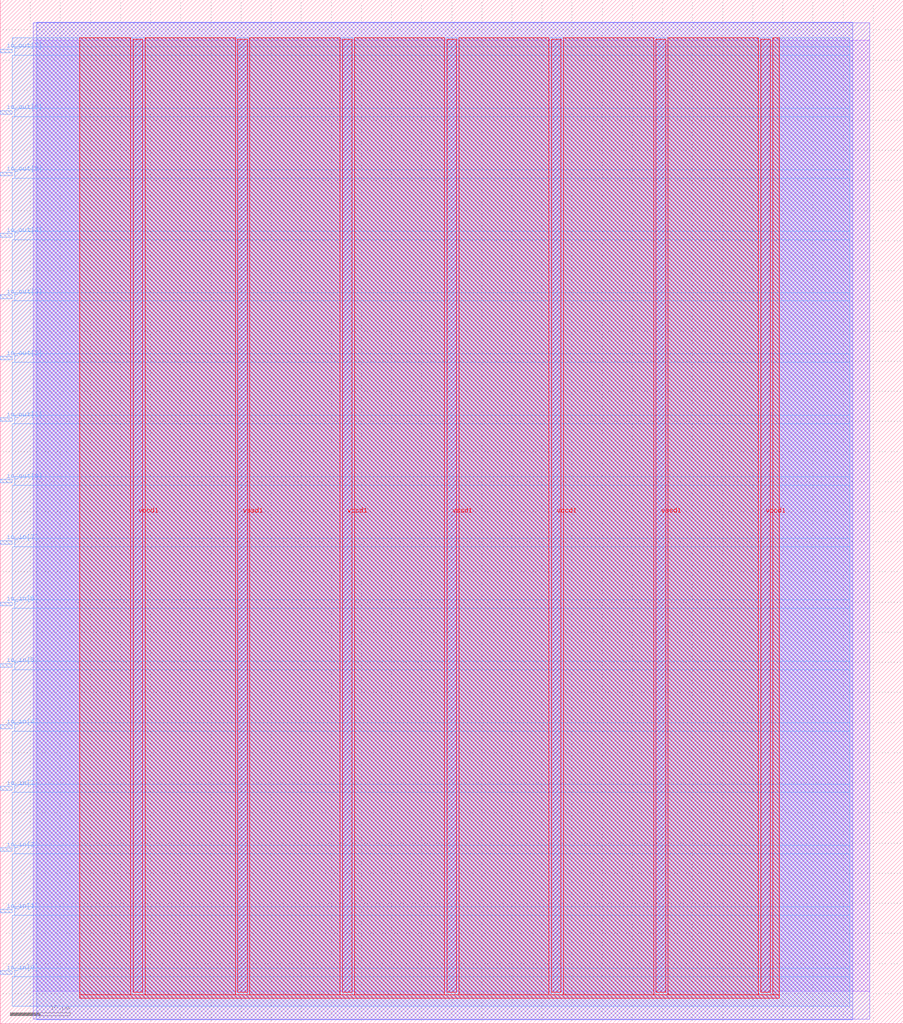
<source format=lef>
VERSION 5.7 ;
  NOWIREEXTENSIONATPIN ON ;
  DIVIDERCHAR "/" ;
  BUSBITCHARS "[]" ;
MACRO option23
  CLASS BLOCK ;
  FOREIGN option23 ;
  ORIGIN 0.000 0.000 ;
  SIZE 150.000 BY 170.000 ;
  PIN io_in[0]
    DIRECTION INPUT ;
    USE SIGNAL ;
    PORT
      LAYER met3 ;
        RECT 0.000 8.200 2.000 8.800 ;
    END
  END io_in[0]
  PIN io_in[1]
    DIRECTION INPUT ;
    USE SIGNAL ;
    PORT
      LAYER met3 ;
        RECT 0.000 18.400 2.000 19.000 ;
    END
  END io_in[1]
  PIN io_in[2]
    DIRECTION INPUT ;
    USE SIGNAL ;
    PORT
      LAYER met3 ;
        RECT 0.000 28.600 2.000 29.200 ;
    END
  END io_in[2]
  PIN io_in[3]
    DIRECTION INPUT ;
    USE SIGNAL ;
    PORT
      LAYER met3 ;
        RECT 0.000 38.800 2.000 39.400 ;
    END
  END io_in[3]
  PIN io_in[4]
    DIRECTION INPUT ;
    USE SIGNAL ;
    PORT
      LAYER met3 ;
        RECT 0.000 49.000 2.000 49.600 ;
    END
  END io_in[4]
  PIN io_in[5]
    DIRECTION INPUT ;
    USE SIGNAL ;
    PORT
      LAYER met3 ;
        RECT 0.000 59.200 2.000 59.800 ;
    END
  END io_in[5]
  PIN io_in[6]
    DIRECTION INPUT ;
    USE SIGNAL ;
    PORT
      LAYER met3 ;
        RECT 0.000 69.400 2.000 70.000 ;
    END
  END io_in[6]
  PIN io_in[7]
    DIRECTION INPUT ;
    USE SIGNAL ;
    PORT
      LAYER met3 ;
        RECT 0.000 79.600 2.000 80.200 ;
    END
  END io_in[7]
  PIN io_out[0]
    DIRECTION OUTPUT TRISTATE ;
    USE SIGNAL ;
    PORT
      LAYER met3 ;
        RECT 0.000 89.800 2.000 90.400 ;
    END
  END io_out[0]
  PIN io_out[1]
    DIRECTION OUTPUT TRISTATE ;
    USE SIGNAL ;
    PORT
      LAYER met3 ;
        RECT 0.000 100.000 2.000 100.600 ;
    END
  END io_out[1]
  PIN io_out[2]
    DIRECTION OUTPUT TRISTATE ;
    USE SIGNAL ;
    PORT
      LAYER met3 ;
        RECT 0.000 110.200 2.000 110.800 ;
    END
  END io_out[2]
  PIN io_out[3]
    DIRECTION OUTPUT TRISTATE ;
    USE SIGNAL ;
    PORT
      LAYER met3 ;
        RECT 0.000 120.400 2.000 121.000 ;
    END
  END io_out[3]
  PIN io_out[4]
    DIRECTION OUTPUT TRISTATE ;
    USE SIGNAL ;
    PORT
      LAYER met3 ;
        RECT 0.000 130.600 2.000 131.200 ;
    END
  END io_out[4]
  PIN io_out[5]
    DIRECTION OUTPUT TRISTATE ;
    USE SIGNAL ;
    PORT
      LAYER met3 ;
        RECT 0.000 140.800 2.000 141.400 ;
    END
  END io_out[5]
  PIN io_out[6]
    DIRECTION OUTPUT TRISTATE ;
    USE SIGNAL ;
    PORT
      LAYER met3 ;
        RECT 0.000 151.000 2.000 151.600 ;
    END
  END io_out[6]
  PIN io_out[7]
    DIRECTION OUTPUT TRISTATE ;
    USE SIGNAL ;
    PORT
      LAYER met3 ;
        RECT 0.000 161.200 2.000 161.800 ;
    END
  END io_out[7]
  PIN vccd1
    DIRECTION INOUT ;
    USE POWER ;
    PORT
      LAYER met4 ;
        RECT 22.090 5.200 23.690 163.440 ;
    END
    PORT
      LAYER met4 ;
        RECT 56.830 5.200 58.430 163.440 ;
    END
    PORT
      LAYER met4 ;
        RECT 91.570 5.200 93.170 163.440 ;
    END
    PORT
      LAYER met4 ;
        RECT 126.310 5.200 127.910 163.440 ;
    END
  END vccd1
  PIN vssd1
    DIRECTION INOUT ;
    USE GROUND ;
    PORT
      LAYER met4 ;
        RECT 39.460 5.200 41.060 163.440 ;
    END
    PORT
      LAYER met4 ;
        RECT 74.200 5.200 75.800 163.440 ;
    END
    PORT
      LAYER met4 ;
        RECT 108.940 5.200 110.540 163.440 ;
    END
  END vssd1
  OBS
      LAYER li1 ;
        RECT 5.520 5.355 144.440 163.285 ;
      LAYER met1 ;
        RECT 5.520 0.720 144.440 166.220 ;
      LAYER met2 ;
        RECT 6.080 0.690 141.580 166.250 ;
      LAYER met3 ;
        RECT 2.000 162.200 141.155 163.705 ;
        RECT 2.400 160.800 141.155 162.200 ;
        RECT 2.000 152.000 141.155 160.800 ;
        RECT 2.400 150.600 141.155 152.000 ;
        RECT 2.000 141.800 141.155 150.600 ;
        RECT 2.400 140.400 141.155 141.800 ;
        RECT 2.000 131.600 141.155 140.400 ;
        RECT 2.400 130.200 141.155 131.600 ;
        RECT 2.000 121.400 141.155 130.200 ;
        RECT 2.400 120.000 141.155 121.400 ;
        RECT 2.000 111.200 141.155 120.000 ;
        RECT 2.400 109.800 141.155 111.200 ;
        RECT 2.000 101.000 141.155 109.800 ;
        RECT 2.400 99.600 141.155 101.000 ;
        RECT 2.000 90.800 141.155 99.600 ;
        RECT 2.400 89.400 141.155 90.800 ;
        RECT 2.000 80.600 141.155 89.400 ;
        RECT 2.400 79.200 141.155 80.600 ;
        RECT 2.000 70.400 141.155 79.200 ;
        RECT 2.400 69.000 141.155 70.400 ;
        RECT 2.000 60.200 141.155 69.000 ;
        RECT 2.400 58.800 141.155 60.200 ;
        RECT 2.000 50.000 141.155 58.800 ;
        RECT 2.400 48.600 141.155 50.000 ;
        RECT 2.000 39.800 141.155 48.600 ;
        RECT 2.400 38.400 141.155 39.800 ;
        RECT 2.000 29.600 141.155 38.400 ;
        RECT 2.400 28.200 141.155 29.600 ;
        RECT 2.000 19.400 141.155 28.200 ;
        RECT 2.400 18.000 141.155 19.400 ;
        RECT 2.000 9.200 141.155 18.000 ;
        RECT 2.400 7.800 141.155 9.200 ;
        RECT 2.000 2.895 141.155 7.800 ;
      LAYER met4 ;
        RECT 13.175 4.800 21.690 163.705 ;
        RECT 24.090 4.800 39.060 163.705 ;
        RECT 41.460 4.800 56.430 163.705 ;
        RECT 58.830 4.800 73.800 163.705 ;
        RECT 76.200 4.800 91.170 163.705 ;
        RECT 93.570 4.800 108.540 163.705 ;
        RECT 110.940 4.800 125.910 163.705 ;
        RECT 128.310 4.800 129.425 163.705 ;
        RECT 13.175 4.255 129.425 4.800 ;
  END
END option23
END LIBRARY


</source>
